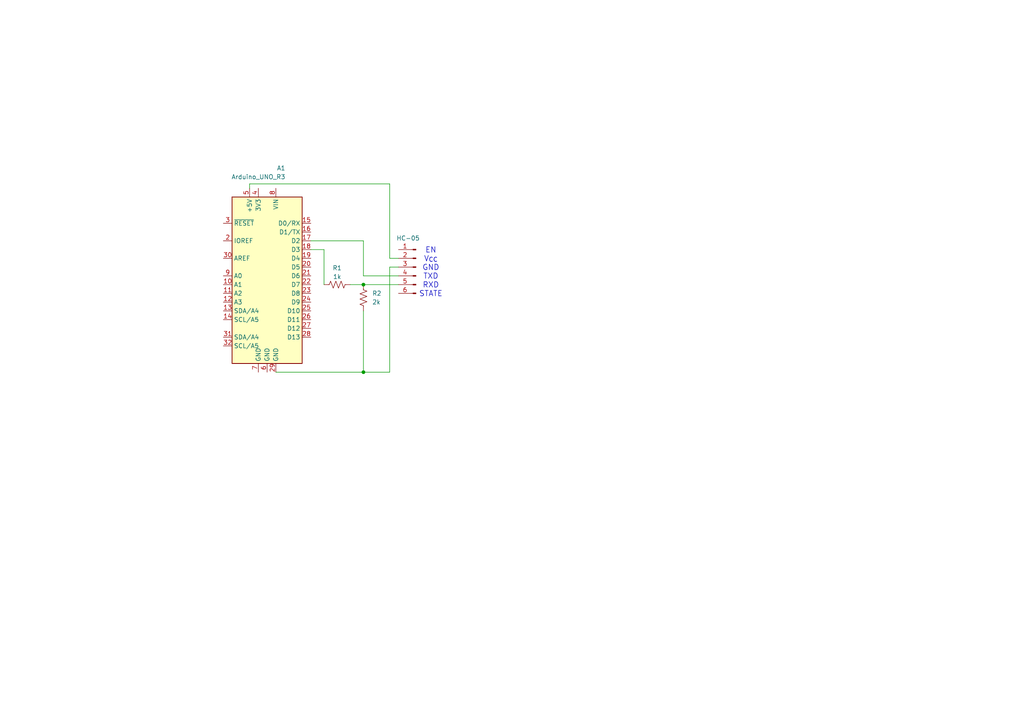
<source format=kicad_sch>
(kicad_sch (version 20231120) (generator "eeschema") (generator_version "8.0")
  (paper "A4")
  (lib_symbols
    (symbol "Connector:Conn_01x06_Pin" (pin_names (offset 1.016) hide)
      (property "Reference" "J" (at 0 7.62 0))
      (property "Value" "Conn_01x06_Pin" (at 0 -10.16 0))
      (symbol "Conn_01x06_Pin_1_1"
        (polyline (pts (xy 1.27 -7.62) (xy 0.8636 -7.62)) (stroke (width 0.1524)))
        (polyline (pts (xy 1.27 -5.08) (xy 0.8636 -5.08)) (stroke (width 0.1524)))
        (polyline (pts (xy 1.27 -2.54) (xy 0.8636 -2.54)) (stroke (width 0.1524)))
        (polyline (pts (xy 1.27 0) (xy 0.8636 0)) (stroke (width 0.1524)))
        (polyline (pts (xy 1.27 2.54) (xy 0.8636 2.54)) (stroke (width 0.1524)))
        (polyline (pts (xy 1.27 5.08) (xy 0.8636 5.08)) (stroke (width 0.1524)))
        (rectangle (start 0.8636 -7.493) (end 0 -7.747) (stroke (width 0.1524)) (fill (type outline)))
        (rectangle (start 0.8636 -4.953) (end 0 -5.207) (stroke (width 0.1524)) (fill (type outline)))
        (rectangle (start 0.8636 -2.413) (end 0 -2.667) (stroke (width 0.1524)) (fill (type outline)))
        (rectangle (start 0.8636 0.127) (end 0 -0.127) (stroke (width 0.1524)) (fill (type outline)))
        (rectangle (start 0.8636 2.667) (end 0 2.413) (stroke (width 0.1524)) (fill (type outline)))
        (rectangle (start 0.8636 5.207) (end 0 4.953) (stroke (width 0.1524)) (fill (type outline)))
        (pin passive line (at 5.08 5.08 180) (length 3.81) (name "Pin_1") (number "1"))
        (pin passive line (at 5.08 2.54 180) (length 3.81) (name "Pin_2") (number "2"))
        (pin passive line (at 5.08 0 180) (length 3.81) (name "Pin_3") (number "3"))
        (pin passive line (at 5.08 -2.54 180) (length 3.81) (name "Pin_4") (number "4"))
        (pin passive line (at 5.08 -5.08 180) (length 3.81) (name "Pin_5") (number "5"))
        (pin passive line (at 5.08 -7.62 180) (length 3.81) (name "Pin_6") (number "6"))
      )
    )
    (symbol "Device:R_US" (pin_numbers hide) (pin_names (offset 0))
      (property "Reference" "R" (at 2.54 0 90))
      (property "Value" "R_US" (at -2.54 0 90))
      (symbol "R_US_0_1"
        (polyline (pts (xy 0 -2.286) (xy 0 -2.54)))
        (polyline (pts (xy 0 2.286) (xy 0 2.54)))
        (polyline (pts (xy 0 -0.762) (xy 1.016 -1.143) (xy 0 -1.524) (xy -1.016 -1.905) (xy 0 -2.286)))
        (polyline (pts (xy 0 0.762) (xy 1.016 0.381) (xy 0 0) (xy -1.016 -0.381) (xy 0 -0.762)))
        (polyline (pts (xy 0 2.286) (xy 1.016 1.905) (xy 0 1.524) (xy -1.016 1.143) (xy 0 0.762)))
      )
      (symbol "R_US_1_1"
        (pin passive line (at 0 3.81 270) (length 1.27) (name "~") (number "1"))
        (pin passive line (at 0 -3.81 90) (length 1.27) (name "~") (number "2"))
      )
    )
    (symbol "MCU_Module:Arduino_UNO_R3"
      (property "Reference" "A" (at -10.16 23.495 0))
      (property "Value" "Arduino_UNO_R3" (at 5.08 -26.67 0))
      (symbol "Arduino_UNO_R3_0_1"
        (rectangle (start -10.16 22.86) (end 10.16 -25.4) (stroke (width 0.254)) (fill (type background)))
      )
      (symbol "Arduino_UNO_R3_1_1"
        (pin no_connect line (at -10.16 -20.32 0) (length 2.54) hide (name "NC") (number "1"))
        (pin bidirectional line (at 12.7 -2.54 180) (length 2.54) (name "A1") (number "10"))
        (pin bidirectional line (at 12.7 -5.08 180) (length 2.54) (name "A2") (number "11"))
        (pin bidirectional line (at 12.7 -7.62 180) (length 2.54) (name "A3") (number "12"))
        (pin bidirectional line (at 12.7 -10.16 180) (length 2.54) (name "SDA/A4") (number "13"))
        (pin bidirectional line (at 12.7 -12.7 180) (length 2.54) (name "SCL/A5") (number "14"))
        (pin bidirectional line (at -12.7 15.24 0) (length 2.54) (name "D0/RX") (number "15"))
        (pin bidirectional line (at -12.7 12.7 0) (length 2.54) (name "D1/TX") (number "16"))
        (pin bidirectional line (at -12.7 10.16 0) (length 2.54) (name "D2") (number "17"))
        (pin bidirectional line (at -12.7 7.62 0) (length 2.54) (name "D3") (number "18"))
        (pin bidirectional line (at -12.7 5.08 0) (length 2.54) (name "D4") (number "19"))
        (pin output line (at 12.7 10.16 180) (length 2.54) (name "IOREF") (number "2"))
        (pin bidirectional line (at -12.7 2.54 0) (length 2.54) (name "D5") (number "20"))
        (pin bidirectional line (at -12.7 0 0) (length 2.54) (name "D6") (number "21"))
        (pin bidirectional line (at -12.7 -2.54 0) (length 2.54) (name "D7") (number "22"))
        (pin bidirectional line (at -12.7 -5.08 0) (length 2.54) (name "D8") (number "23"))
        (pin bidirectional line (at -12.7 -7.62 0) (length 2.54) (name "D9") (number "24"))
        (pin bidirectional line (at -12.7 -10.16 0) (length 2.54) (name "D10") (number "25"))
        (pin bidirectional line (at -12.7 -12.7 0) (length 2.54) (name "D11") (number "26"))
        (pin bidirectional line (at -12.7 -15.24 0) (length 2.54) (name "D12") (number "27"))
        (pin bidirectional line (at -12.7 -17.78 0) (length 2.54) (name "D13") (number "28"))
        (pin power_in line (at -2.54 -27.94 90) (length 2.54) (name "GND") (number "29"))
        (pin input line (at 12.7 15.24 180) (length 2.54) (name "~{RESET}") (number "3"))
        (pin input line (at 12.7 5.08 180) (length 2.54) (name "AREF") (number "30"))
        (pin bidirectional line (at 12.7 -17.78 180) (length 2.54) (name "SDA/A4") (number "31"))
        (pin bidirectional line (at 12.7 -20.32 180) (length 2.54) (name "SCL/A5") (number "32"))
        (pin power_out line (at 2.54 25.4 270) (length 2.54) (name "3V3") (number "4"))
        (pin power_out line (at 5.08 25.4 270) (length 2.54) (name "+5V") (number "5"))
        (pin power_in line (at 0 -27.94 90) (length 2.54) (name "GND") (number "6"))
        (pin power_in line (at 2.54 -27.94 90) (length 2.54) (name "GND") (number "7"))
        (pin power_in line (at -2.54 25.4 270) (length 2.54) (name "VIN") (number "8"))
        (pin bidirectional line (at 12.7 0 180) (length 2.54) (name "A0") (number "9"))
      )
    )
  )
  (junction (at 105.41 82.55))
  (junction (at 105.41 107.95))
  (wire (pts (xy 105.41 90.17) (xy 105.41 107.95)))
  (wire (pts (xy 101.6 82.55) (xy 105.41 82.55)))
  (wire (pts (xy 115.57 77.47) (xy 113.03 77.47)))
  (wire (pts (xy 113.03 74.93) (xy 115.57 74.93)))
  (wire (pts (xy 105.41 82.55) (xy 115.57 82.55)))
  (wire (pts (xy 72.39 54.61) (xy 72.39 53.34)))
  (wire (pts (xy 113.03 107.95) (xy 105.41 107.95)))
  (wire (pts (xy 115.57 80.01) (xy 105.41 80.01)))
  (wire (pts (xy 105.41 80.01) (xy 105.41 69.85)))
  (wire (pts (xy 113.03 53.34) (xy 113.03 74.93)))
  (wire (pts (xy 72.39 53.34) (xy 113.03 53.34)))
  (wire (pts (xy 93.98 82.55) (xy 93.98 72.39)))
  (wire (pts (xy 105.41 69.85) (xy 90.17 69.85)))
  (wire (pts (xy 105.41 107.95) (xy 80.01 107.95)))
  (wire (pts (xy 93.98 72.39) (xy 90.17 72.39)))
  (wire (pts (xy 113.03 77.47) (xy 113.03 107.95)))
  (text "EN\nV_{CC}\nGND\nTXD\nRXD\nSTATE" (at 124.968 78.994 0) (effects (font (size 1.5748 1.5748))))
  (symbol (lib_id "Device:R_US") (at 97.79 82.55 90) (unit 1)
    (property "Reference" "R1" (at 97.79 77.724 90))
    (property "Value" "1k" (at 97.79 80.264 90))
    (property "Description" "Resistor, US symbol" (effects (hide yes)))
  )
  (symbol (lib_id "MCU_Module:Arduino_UNO_R3") (at 77.47 80.01 0) (mirror y) (unit 1)
    (property "Reference" "A1" (at 82.804 48.768 0) (effects (justify left)))
    (property "Value" "Arduino_UNO_R3" (at 82.804 51.308 0) (effects (justify left)))
    (property "Footprint" "Module:Arduino_UNO_R3" (effects (hide yes)))
    (property "Datasheet" "https://www.arduino.cc/en/Main/arduinoBoardUno" (effects (hide yes)))
    (property "Description" "Arduino UNO Microcontroller Module, release 3" (effects (hide yes)))
  )
  (symbol (lib_id "Connector:Conn_01x06_Pin") (at 120.65 77.47 0) (mirror y) (unit 1)
    (property "Reference" "J1" (effects (hide yes)))
    (property "Value" "HC-05" (at 118.364 69.088 0))
    (property "Description" "Generic connector, single row, 01x06, script generated" (effects (hide yes)))
  )
  (symbol (lib_id "Device:R_US") (at 105.41 86.36 0) (unit 1)
    (property "Reference" "R2" (at 107.95 85.0899 0) (effects (justify left)))
    (property "Value" "2k" (at 107.95 87.6299 0) (effects (justify left)))
    (property "Description" "Resistor, US symbol" (effects (hide yes)))
  )
)
</source>
